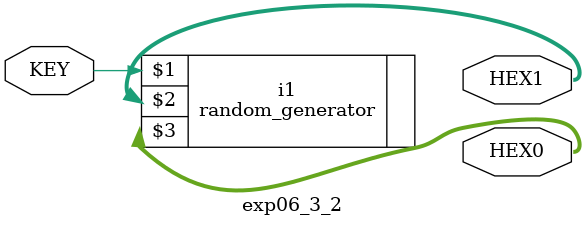
<source format=v>


module exp06_3_2(

	//////////// KEY //////////
	input 		     [0:0]		KEY,

	//////////// Seg7 //////////
	output		     [6:0]		HEX0,
	output		     [6:0]		HEX1
);



//=======================================================
//  REG/WIRE declarations
//=======================================================

random_generator i1(KEY, HEX1, HEX0);

//=======================================================
//  Structural coding
//=======================================================



endmodule

</source>
